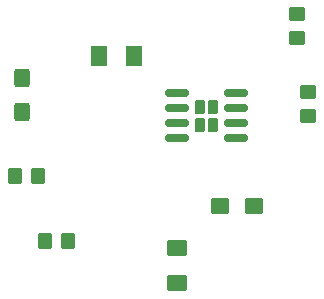
<source format=gbr>
%TF.GenerationSoftware,KiCad,Pcbnew,(6.0.10-0)*%
%TF.CreationDate,2023-02-17T12:45:10-08:00*%
%TF.ProjectId,555 Timer,35353520-5469-46d6-9572-2e6b69636164,rev?*%
%TF.SameCoordinates,Original*%
%TF.FileFunction,Paste,Top*%
%TF.FilePolarity,Positive*%
%FSLAX46Y46*%
G04 Gerber Fmt 4.6, Leading zero omitted, Abs format (unit mm)*
G04 Created by KiCad (PCBNEW (6.0.10-0)) date 2023-02-17 12:45:10*
%MOMM*%
%LPD*%
G01*
G04 APERTURE LIST*
G04 Aperture macros list*
%AMRoundRect*
0 Rectangle with rounded corners*
0 $1 Rounding radius*
0 $2 $3 $4 $5 $6 $7 $8 $9 X,Y pos of 4 corners*
0 Add a 4 corners polygon primitive as box body*
4,1,4,$2,$3,$4,$5,$6,$7,$8,$9,$2,$3,0*
0 Add four circle primitives for the rounded corners*
1,1,$1+$1,$2,$3*
1,1,$1+$1,$4,$5*
1,1,$1+$1,$6,$7*
1,1,$1+$1,$8,$9*
0 Add four rect primitives between the rounded corners*
20,1,$1+$1,$2,$3,$4,$5,0*
20,1,$1+$1,$4,$5,$6,$7,0*
20,1,$1+$1,$6,$7,$8,$9,0*
20,1,$1+$1,$8,$9,$2,$3,0*%
G04 Aperture macros list end*
%ADD10RoundRect,0.250000X0.425000X-0.537500X0.425000X0.537500X-0.425000X0.537500X-0.425000X-0.537500X0*%
%ADD11RoundRect,0.250000X-0.450000X0.350000X-0.450000X-0.350000X0.450000X-0.350000X0.450000X0.350000X0*%
%ADD12RoundRect,0.230000X-0.230000X-0.375000X0.230000X-0.375000X0.230000X0.375000X-0.230000X0.375000X0*%
%ADD13RoundRect,0.150000X-0.825000X-0.150000X0.825000X-0.150000X0.825000X0.150000X-0.825000X0.150000X0*%
%ADD14RoundRect,0.250000X-0.350000X-0.450000X0.350000X-0.450000X0.350000X0.450000X-0.350000X0.450000X0*%
%ADD15RoundRect,0.250000X0.537500X0.425000X-0.537500X0.425000X-0.537500X-0.425000X0.537500X-0.425000X0*%
%ADD16RoundRect,0.250001X-0.624999X0.462499X-0.624999X-0.462499X0.624999X-0.462499X0.624999X0.462499X0*%
%ADD17RoundRect,0.250001X-0.462499X-0.624999X0.462499X-0.624999X0.462499X0.624999X-0.462499X0.624999X0*%
G04 APERTURE END LIST*
D10*
%TO.C,C1*%
X134220000Y-119012500D03*
X134220000Y-116137500D03*
%TD*%
D11*
%TO.C,R1*%
X157480000Y-110760000D03*
X157480000Y-112760000D03*
%TD*%
%TO.C,R2*%
X158445000Y-117380000D03*
X158445000Y-119380000D03*
%TD*%
D12*
%TO.C,U1*%
X149290000Y-120130000D03*
X149290000Y-118630000D03*
X150430000Y-118630000D03*
X150430000Y-120130000D03*
D13*
X147385000Y-117475000D03*
X147385000Y-118745000D03*
X147385000Y-120015000D03*
X147385000Y-121285000D03*
X152335000Y-121285000D03*
X152335000Y-120015000D03*
X152335000Y-118745000D03*
X152335000Y-117475000D03*
%TD*%
D14*
%TO.C,R3*%
X136160000Y-129935000D03*
X138160000Y-129935000D03*
%TD*%
D15*
%TO.C,C2*%
X153837500Y-127000000D03*
X150962500Y-127000000D03*
%TD*%
D16*
%TO.C,D1*%
X147320000Y-130592500D03*
X147320000Y-133567500D03*
%TD*%
D17*
%TO.C,D2*%
X140752500Y-114300000D03*
X143727500Y-114300000D03*
%TD*%
D14*
%TO.C,R4*%
X133620000Y-124460000D03*
X135620000Y-124460000D03*
%TD*%
M02*

</source>
